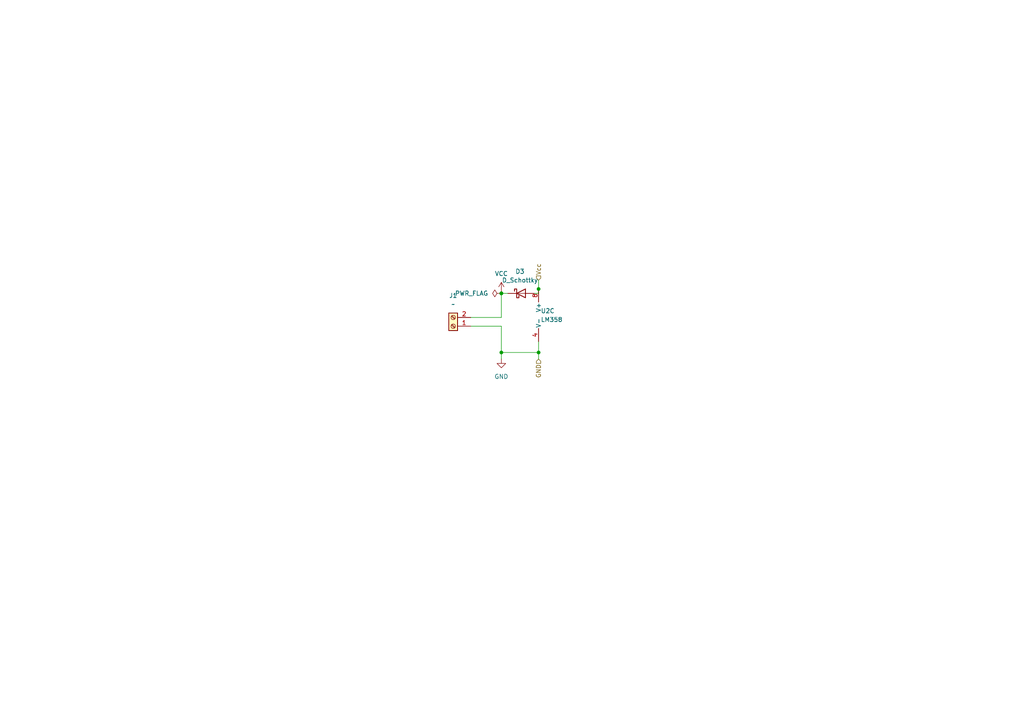
<source format=kicad_sch>
(kicad_sch (version 20250114) (generator "eeschema") (generator_version "9.0")
  (paper "A4")
  (lib_symbols
    (symbol "Amplifier_Operational:LM358" (pin_names (offset 0.127))
      (property "Reference" "U" (at 0 5.08 0))
      (property "Value" "LM358" (at 0 -5.08 0))
      (symbol "LM358_1_1"
        (polyline (pts (xy -5.08 5.08) (xy 5.08 0) (xy -5.08 -5.08) (xy -5.08 5.08)) (stroke (width 0.254)) (fill (type background)))
        (pin input line (at -7.62 2.54 0) (length 2.54) (name "+") (number "3"))
        (pin input line (at -7.62 -2.54 0) (length 2.54) (name "-") (number "2"))
        (pin output line (at 7.62 0 180) (length 2.54) (name "~") (number "1"))
      )
      (symbol "LM358_2_1"
        (polyline (pts (xy -5.08 5.08) (xy 5.08 0) (xy -5.08 -5.08) (xy -5.08 5.08)) (stroke (width 0.254)) (fill (type background)))
        (pin input line (at -7.62 2.54 0) (length 2.54) (name "+") (number "5"))
        (pin input line (at -7.62 -2.54 0) (length 2.54) (name "-") (number "6"))
        (pin output line (at 7.62 0 180) (length 2.54) (name "~") (number "7"))
      )
      (symbol "LM358_3_1"
        (pin power_in line (at -2.54 7.62 270) (length 3.81) (name "V+") (number "8"))
        (pin power_in line (at -2.54 -7.62 90) (length 3.81) (name "V-") (number "4"))
      )
    )
    (symbol "Connector:Screw_Terminal_01x02" (pin_names (offset 1.016) (hide yes))
      (property "Reference" "J" (at 0 2.54 0))
      (property "Value" "Screw_Terminal_01x02" (at 0 -5.08 0))
      (symbol "Screw_Terminal_01x02_1_1"
        (rectangle (start -1.27 1.27) (end 1.27 -3.81) (stroke (width 0.254)) (fill (type background)))
        (polyline (pts (xy -0.5334 0.3302) (xy 0.3302 -0.508)) (stroke (width 0.1524)))
        (polyline (pts (xy -0.5334 -2.2098) (xy 0.3302 -3.048)) (stroke (width 0.1524)))
        (polyline (pts (xy -0.3556 0.508) (xy 0.508 -0.3302)) (stroke (width 0.1524)))
        (polyline (pts (xy -0.3556 -2.032) (xy 0.508 -2.8702)) (stroke (width 0.1524)))
        (circle (center 0 0) (radius 0.635) (stroke (width 0.1524)))
        (circle (center 0 -2.54) (radius 0.635) (stroke (width 0.1524)))
        (pin passive line (at -5.08 0 0) (length 3.81) (name "Pin_1") (number "1"))
        (pin passive line (at -5.08 -2.54 0) (length 3.81) (name "Pin_2") (number "2"))
      )
    )
    (symbol "Device:D_Schottky" (pin_numbers (hide yes)) (pin_names (offset 1.016) (hide yes))
      (property "Reference" "D" (at 0 2.54 0))
      (property "Value" "D_Schottky" (at 0 -2.54 0))
      (symbol "D_Schottky_0_1"
        (polyline (pts (xy -1.905 0.635) (xy -1.905 1.27) (xy -1.27 1.27) (xy -1.27 -1.27) (xy -0.635 -1.27) (xy -0.635 -0.635)) (stroke (width 0.254)))
        (polyline (pts (xy 1.27 1.27) (xy 1.27 -1.27) (xy -1.27 0) (xy 1.27 1.27)) (stroke (width 0.254)))
        (polyline (pts (xy 1.27 0) (xy -1.27 0)))
      )
      (symbol "D_Schottky_1_1"
        (pin passive line (at -3.81 0 0) (length 2.54) (name "K") (number "1"))
        (pin passive line (at 3.81 0 180) (length 2.54) (name "A") (number "2"))
      )
    )
    (symbol "power:GND" (power) (pin_numbers (hide yes)) (pin_names (offset 0) (hide yes))
      (property "Value" "GND" (at 0 -3.81 0))
      (symbol "GND_0_1"
        (polyline (pts (xy 0 0) (xy 0 -1.27) (xy 1.27 -1.27) (xy 0 -2.54) (xy -1.27 -1.27) (xy 0 -1.27)))
      )
      (symbol "GND_1_1"
        (pin power_in line (at 0 0 270) (length 0) (name "~") (number "1"))
      )
    )
    (symbol "power:PWR_FLAG" (power) (pin_numbers (hide yes)) (pin_names (offset 0) (hide yes))
      (property "Value" "PWR_FLAG" (at 0 3.81 0))
      (symbol "PWR_FLAG_0_0"
        (pin power_out line (at 0 0 90) (length 0) (name "~") (number "1"))
      )
      (symbol "PWR_FLAG_0_1"
        (polyline (pts (xy 0 0) (xy 0 1.27) (xy -1.016 1.905) (xy 0 2.54) (xy 1.016 1.905) (xy 0 1.27)))
      )
    )
    (symbol "power:VCC" (power) (pin_numbers (hide yes)) (pin_names (offset 0) (hide yes))
      (property "Value" "VCC" (at 0 3.556 0))
      (symbol "VCC_0_1"
        (polyline (pts (xy -0.762 1.27) (xy 0 2.54)))
        (polyline (pts (xy 0 2.54) (xy 0.762 1.27)))
        (polyline (pts (xy 0 0) (xy 0 2.54)))
      )
      (symbol "VCC_1_1"
        (pin power_in line (at 0 0 90) (length 0) (name "~") (number "1"))
      )
    )
  )
  (junction (at 145.415 85.094))
  (junction (at 145.4163 102.235))
  (junction (at 145.415 85.09))
  (junction (at 156.21 83.82))
  (junction (at 156.21 102.235))
  (wire (pts (xy 156.21 81.28) (xy 156.21 83.82)))
  (wire (pts (xy 145.415 85.094) (xy 145.415 92.075)))
  (wire (pts (xy 154.94 85.09) (xy 156.21 85.09)))
  (wire (pts (xy 156.21 102.235) (xy 156.21 99.06)))
  (wire (pts (xy 145.415 84.455) (xy 145.415 85.09)))
  (wire (pts (xy 145.4163 104.14) (xy 145.4163 102.235)))
  (wire (pts (xy 156.21 85.09) (xy 156.21 83.82)))
  (wire (pts (xy 136.525 94.615) (xy 145.415 94.615)))
  (wire (pts (xy 136.525 92.075) (xy 145.415 92.075)))
  (wire (pts (xy 145.415 94.615) (xy 145.415 102.235)))
  (wire (pts (xy 145.415 85.09) (xy 145.415 85.094)))
  (wire (pts (xy 145.415 102.235) (xy 145.4163 102.235)))
  (wire (pts (xy 145.4163 102.235) (xy 156.21 102.235)))
  (wire (pts (xy 145.415 85.09) (xy 147.32 85.09)))
  (wire (pts (xy 156.21 104.14) (xy 156.21 102.235)))
  (hierarchical_label "GND" (shape input) (at 156.21 104.14 270))
  (hierarchical_label "Vcc" (shape input) (at 156.21 81.28 90))
  (symbol (lib_id "Device:D_Schottky") (at 151.13 85.09 0) (unit 1)
    (property "Reference" "D3" (at 150.8125 78.74 0))
    (property "Value" "D_Schottky" (at 150.8125 81.28 0))
    (property "Footprint" "Diode_THT:D_DO-41_SOD81_P5.08mm_Vertical_AnodeUp" (effects (hide yes)))
    (property "Description" "Schottky diode" (effects (hide yes)))
  )
  (symbol (lib_id "power:GND") (at 145.4163 104.14 0) (unit 1)
    (property "Reference" "#PWR010" (effects (hide yes)))
    (property "Value" "GND" (at 145.4163 109.22 0))
    (property "Description" "Power symbol creates a global label with name \"GND\" , ground" (effects (hide yes)))
  )
  (symbol (lib_id "power:PWR_FLAG") (at 145.415 85.094 90) (unit 1)
    (property "Reference" "#FLG01" (effects (hide yes)))
    (property "Value" "PWR_FLAG" (at 141.605 85.0939 90) (effects (justify left)))
    (property "Description" "Special symbol for telling ERC where power comes from" (effects (hide yes)))
  )
  (symbol (lib_id "Amplifier_Operational:LM358") (at 158.75 91.44 0) (unit 3)
    (property "Reference" "U2" (at 156.845 90.1699 0) (effects (justify left)))
    (property "Value" "LM358" (at 156.845 92.7099 0) (effects (justify left)))
    (property "Footprint" "custom:LM358" (effects (hide yes)))
    (property "Datasheet" "http://www.ti.com/lit/ds/symlink/lm2904-n.pdf" (effects (hide yes)))
    (property "Description" "Low-Power, Dual Operational Amplifiers, DIP-8/SOIC-8/TO-99-8" (effects (hide yes)))
  )
  (symbol (lib_id "power:VCC") (at 145.415 84.455 0) (unit 1)
    (property "Reference" "#PWR02" (effects (hide yes)))
    (property "Value" "VCC" (at 145.415 79.375 0))
    (property "Description" "Power symbol creates a global label with name \"VCC\"" (effects (hide yes)))
  )
  (symbol (lib_id "Connector:Screw_Terminal_01x02") (at 131.445 94.615 180) (unit 1)
    (property "Reference" "J1" (at 131.445 85.725 0))
    (property "Value" "~" (at 131.445 88.265 0))
    (property "Footprint" "TerminalBlock:TerminalBlock_bornier-2_P5.08mm" (effects (hide yes)))
    (property "Description" "Generic screw terminal, single row, 01x02, script generated (kicad-library-utils/schlib/autogen/connector/)" (effects (hide yes)))
    (property "Sim.Device" "V" (effects (hide yes)))
    (property "Sim.Type" "DC" (effects (hide yes)))
    (property "Sim.Pins" "1=- 2=+" (effects (hide yes)))
  )
)
</source>
